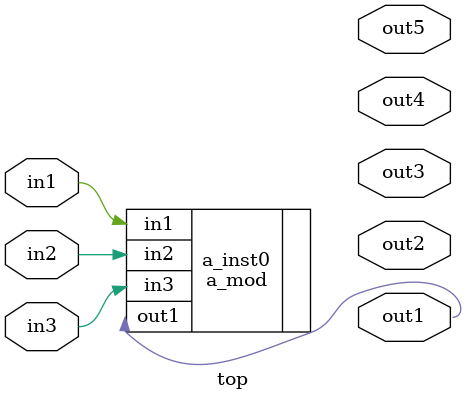
<source format=v>

module top(in1, in2, in3, out1, out2, out3, out4, out5);

input in1, in2, in3;
output out1, out2, out3, out4, out5;


a_mod	a_inst0(
		.in1( in1 ),
		.in2( in2 ),
		.in3( in3 ),
		.out1( out1 )
		);


endmodule 
</source>
